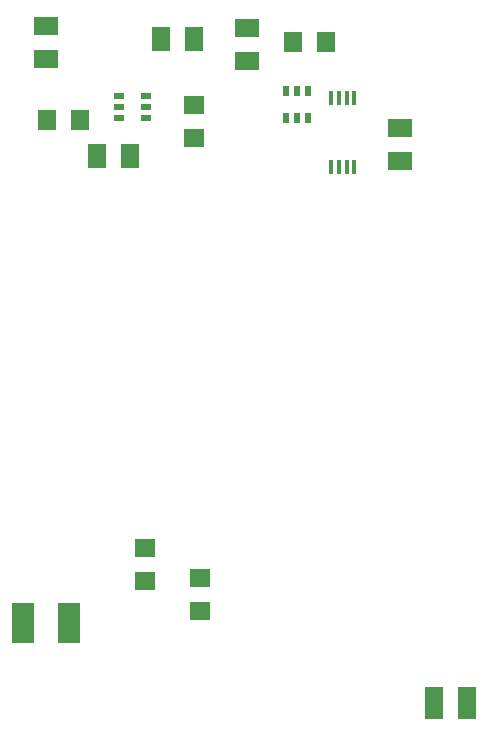
<source format=gbr>
G04 EAGLE Gerber RS-274X export*
G75*
%MOMM*%
%FSLAX34Y34*%
%LPD*%
%INSolderpaste Bottom*%
%IPPOS*%
%AMOC8*
5,1,8,0,0,1.08239X$1,22.5*%
G01*
%ADD10R,1.600000X1.800000*%
%ADD11R,1.900000X3.400000*%
%ADD12R,1.600000X2.700000*%
%ADD13R,1.800000X1.600000*%
%ADD14R,2.000000X1.600000*%
%ADD15R,1.600000X2.000000*%
%ADD16R,0.600000X0.900000*%
%ADD17R,0.350000X1.200000*%
%ADD18R,0.900000X0.600000*%


D10*
X337200Y735000D03*
X365200Y735000D03*
D11*
X147400Y242600D03*
X108400Y242600D03*
D12*
X456700Y174700D03*
X484700Y174700D03*
D13*
X211500Y306300D03*
X211500Y278300D03*
D10*
X156900Y668500D03*
X128900Y668500D03*
D13*
X258500Y281100D03*
X258500Y253100D03*
X253500Y681700D03*
X253500Y653700D03*
D14*
X298000Y746400D03*
X298000Y718400D03*
X428000Y633800D03*
X428000Y661800D03*
X128000Y748000D03*
X128000Y720000D03*
D15*
X171200Y638000D03*
X199200Y638000D03*
X225400Y737500D03*
X253400Y737500D03*
D16*
X349900Y670000D03*
X340400Y670000D03*
X330900Y670000D03*
X330900Y693000D03*
X340400Y693000D03*
X349900Y693000D03*
D17*
X389050Y628850D03*
X382550Y628850D03*
X376050Y628850D03*
X369550Y628850D03*
X369550Y687350D03*
X376050Y687350D03*
X382550Y687350D03*
X389050Y687350D03*
D18*
X213000Y689000D03*
X213000Y679500D03*
X213000Y670000D03*
X190000Y670000D03*
X190000Y679500D03*
X190000Y689000D03*
M02*

</source>
